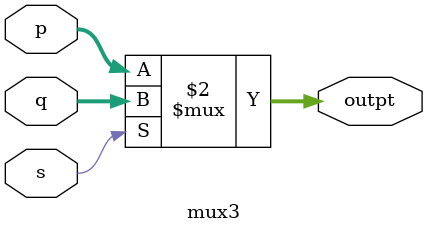
<source format=v>
module mux3(p,q,s,outpt);
  input [31:0]p,q;
  input s;
  output reg [31:0]outpt;
  assign outpt=(s==0)?p:q;
endmodule

</source>
